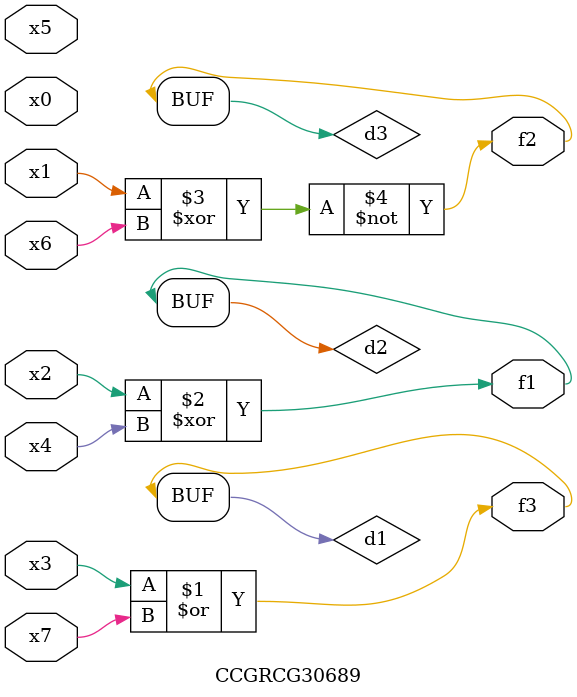
<source format=v>
module CCGRCG30689(
	input x0, x1, x2, x3, x4, x5, x6, x7,
	output f1, f2, f3
);

	wire d1, d2, d3;

	or (d1, x3, x7);
	xor (d2, x2, x4);
	xnor (d3, x1, x6);
	assign f1 = d2;
	assign f2 = d3;
	assign f3 = d1;
endmodule

</source>
